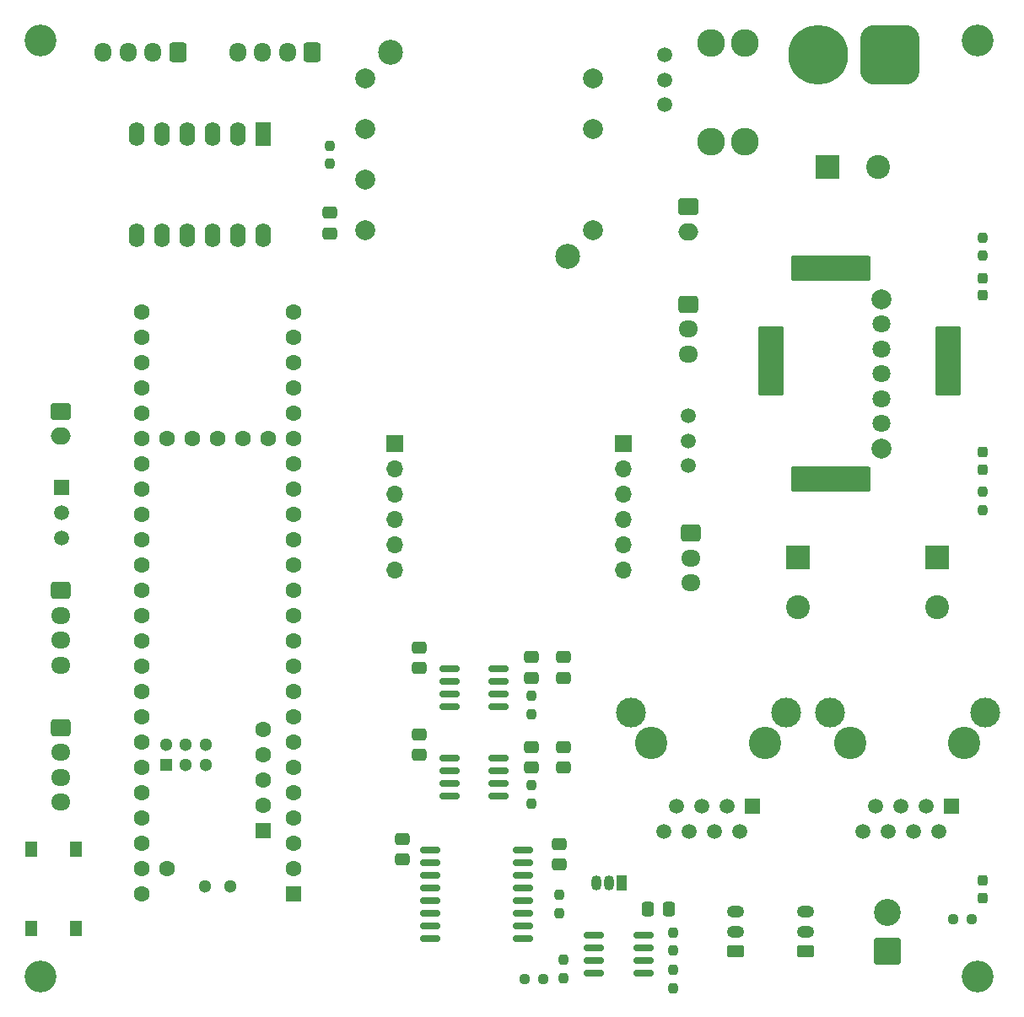
<source format=gts>
G04 #@! TF.GenerationSoftware,KiCad,Pcbnew,8.0.7-8.0.7-0~ubuntu22.04.1*
G04 #@! TF.CreationDate,2025-02-10T08:16:07+09:00*
G04 #@! TF.ProjectId,CoRE2025MainBoard_1,436f5245-3230-4323-954d-61696e426f61,rev?*
G04 #@! TF.SameCoordinates,Original*
G04 #@! TF.FileFunction,Soldermask,Top*
G04 #@! TF.FilePolarity,Negative*
%FSLAX46Y46*%
G04 Gerber Fmt 4.6, Leading zero omitted, Abs format (unit mm)*
G04 Created by KiCad (PCBNEW 8.0.7-8.0.7-0~ubuntu22.04.1) date 2025-02-10 08:16:07*
%MOMM*%
%LPD*%
G01*
G04 APERTURE LIST*
G04 Aperture macros list*
%AMRoundRect*
0 Rectangle with rounded corners*
0 $1 Rounding radius*
0 $2 $3 $4 $5 $6 $7 $8 $9 X,Y pos of 4 corners*
0 Add a 4 corners polygon primitive as box body*
4,1,4,$2,$3,$4,$5,$6,$7,$8,$9,$2,$3,0*
0 Add four circle primitives for the rounded corners*
1,1,$1+$1,$2,$3*
1,1,$1+$1,$4,$5*
1,1,$1+$1,$6,$7*
1,1,$1+$1,$8,$9*
0 Add four rect primitives between the rounded corners*
20,1,$1+$1,$2,$3,$4,$5,0*
20,1,$1+$1,$4,$5,$6,$7,0*
20,1,$1+$1,$6,$7,$8,$9,0*
20,1,$1+$1,$8,$9,$2,$3,0*%
G04 Aperture macros list end*
%ADD10C,2.780000*%
%ADD11R,1.700000X1.700000*%
%ADD12O,1.700000X1.700000*%
%ADD13R,2.400000X2.400000*%
%ADD14C,2.400000*%
%ADD15RoundRect,0.250000X0.475000X-0.337500X0.475000X0.337500X-0.475000X0.337500X-0.475000X-0.337500X0*%
%ADD16RoundRect,0.237500X-0.237500X0.250000X-0.237500X-0.250000X0.237500X-0.250000X0.237500X0.250000X0*%
%ADD17C,2.500000*%
%ADD18C,2.000000*%
%ADD19RoundRect,0.237500X0.237500X-0.250000X0.237500X0.250000X-0.237500X0.250000X-0.237500X-0.250000X0*%
%ADD20C,3.200000*%
%ADD21RoundRect,0.250000X-0.475000X0.337500X-0.475000X-0.337500X0.475000X-0.337500X0.475000X0.337500X0*%
%ADD22C,1.500000*%
%ADD23R,1.300000X1.550000*%
%ADD24RoundRect,0.250000X-0.750000X0.600000X-0.750000X-0.600000X0.750000X-0.600000X0.750000X0.600000X0*%
%ADD25O,2.000000X1.700000*%
%ADD26RoundRect,0.250000X0.600000X0.725000X-0.600000X0.725000X-0.600000X-0.725000X0.600000X-0.725000X0*%
%ADD27O,1.700000X1.950000*%
%ADD28RoundRect,0.150000X-0.825000X-0.150000X0.825000X-0.150000X0.825000X0.150000X-0.825000X0.150000X0*%
%ADD29RoundRect,0.250000X-0.725000X0.600000X-0.725000X-0.600000X0.725000X-0.600000X0.725000X0.600000X0*%
%ADD30O,1.950000X1.700000*%
%ADD31RoundRect,0.250000X0.625000X-0.350000X0.625000X0.350000X-0.625000X0.350000X-0.625000X-0.350000X0*%
%ADD32O,1.750000X1.200000*%
%ADD33RoundRect,0.237500X0.250000X0.237500X-0.250000X0.237500X-0.250000X-0.237500X0.250000X-0.237500X0*%
%ADD34RoundRect,0.250001X1.099999X-1.099999X1.099999X1.099999X-1.099999X1.099999X-1.099999X-1.099999X0*%
%ADD35C,2.700000*%
%ADD36RoundRect,0.237500X0.237500X-0.287500X0.237500X0.287500X-0.237500X0.287500X-0.237500X-0.287500X0*%
%ADD37C,3.250000*%
%ADD38R,1.500000X1.500000*%
%ADD39C,3.000000*%
%ADD40RoundRect,0.150000X-0.875000X-0.150000X0.875000X-0.150000X0.875000X0.150000X-0.875000X0.150000X0*%
%ADD41RoundRect,1.500000X1.500000X1.500000X-1.500000X1.500000X-1.500000X-1.500000X1.500000X-1.500000X0*%
%ADD42C,6.000000*%
%ADD43R,1.600000X2.400000*%
%ADD44O,1.600000X2.400000*%
%ADD45RoundRect,0.237500X-0.237500X0.287500X-0.237500X-0.287500X0.237500X-0.287500X0.237500X0.287500X0*%
%ADD46RoundRect,0.250000X-0.337500X-0.475000X0.337500X-0.475000X0.337500X0.475000X-0.337500X0.475000X0*%
%ADD47RoundRect,0.237500X-0.250000X-0.237500X0.250000X-0.237500X0.250000X0.237500X-0.250000X0.237500X0*%
%ADD48C,1.800000*%
%ADD49RoundRect,0.208333X-3.791667X1.041667X-3.791667X-1.041667X3.791667X-1.041667X3.791667X1.041667X0*%
%ADD50RoundRect,0.208333X-1.041667X3.291667X-1.041667X-3.291667X1.041667X-3.291667X1.041667X3.291667X0*%
%ADD51R,1.050000X1.500000*%
%ADD52O,1.050000X1.500000*%
%ADD53R,1.600000X1.600000*%
%ADD54C,1.600000*%
%ADD55R,1.300000X1.300000*%
%ADD56C,1.300000*%
G04 APERTURE END LIST*
D10*
X173700000Y-53290000D03*
X170300000Y-53290000D03*
X173700000Y-63210000D03*
X170300000Y-63210000D03*
D11*
X138542500Y-93545000D03*
D12*
X138542500Y-96085000D03*
X138542500Y-98625000D03*
X138542500Y-101165000D03*
X138542500Y-103705000D03*
X138542500Y-106245000D03*
X161507500Y-106245000D03*
X161507500Y-103705000D03*
X161507500Y-101165000D03*
X161507500Y-98625000D03*
X161507500Y-96085000D03*
D11*
X161507500Y-93545000D03*
D13*
X193000000Y-104926041D03*
D14*
X193000000Y-109926041D03*
D15*
X141000000Y-116037500D03*
X141000000Y-113962500D03*
X132000000Y-72387500D03*
X132000000Y-70312500D03*
D16*
X152250000Y-118837500D03*
X152250000Y-120662500D03*
D17*
X155890000Y-74750000D03*
X138110000Y-54250000D03*
D18*
X158430000Y-72120000D03*
X158430000Y-61960000D03*
X158430000Y-56880000D03*
X135570000Y-56880000D03*
X135570000Y-61960000D03*
X135570000Y-67040000D03*
X135570000Y-72120000D03*
D19*
X132000000Y-65412500D03*
X132000000Y-63587500D03*
D20*
X197000000Y-147000000D03*
D21*
X155000000Y-133712500D03*
X155000000Y-135787500D03*
D22*
X168000000Y-95750000D03*
X168000000Y-93250000D03*
X168000000Y-90750000D03*
D23*
X106500000Y-134275000D03*
X106500000Y-142225000D03*
X102000000Y-134275000D03*
X102000000Y-142225000D03*
D24*
X105025000Y-90250000D03*
D25*
X105025000Y-92750000D03*
D26*
X116750000Y-54225000D03*
D27*
X114250000Y-54225000D03*
X111750000Y-54225000D03*
X109250000Y-54225000D03*
D26*
X130250000Y-54250000D03*
D27*
X127750000Y-54250000D03*
X125250000Y-54250000D03*
X122750000Y-54250000D03*
D15*
X141000000Y-124787500D03*
X141000000Y-122712500D03*
D28*
X158525000Y-142845000D03*
X158525000Y-144115000D03*
X158525000Y-145385000D03*
X158525000Y-146655000D03*
X163475000Y-146655000D03*
X163475000Y-145385000D03*
X163475000Y-144115000D03*
X163475000Y-142845000D03*
D29*
X168250000Y-102500000D03*
D30*
X168250000Y-105000000D03*
X168250000Y-107500000D03*
D31*
X179750000Y-144500000D03*
D32*
X179750000Y-142500000D03*
X179750000Y-140500000D03*
D33*
X153412500Y-147250000D03*
X151587500Y-147250000D03*
D34*
X187950000Y-144507500D03*
D35*
X187950000Y-140547500D03*
D24*
X168000000Y-69750000D03*
D25*
X168000000Y-72250000D03*
D36*
X197500000Y-78625000D03*
X197500000Y-76875000D03*
D37*
X175715000Y-123555000D03*
X164285000Y-123555000D03*
D38*
X174445000Y-129905000D03*
D22*
X173175000Y-132445000D03*
X171905000Y-129905000D03*
X170635000Y-132445000D03*
X169365000Y-129905000D03*
X168095000Y-132445000D03*
X166825000Y-129905000D03*
X165555000Y-132445000D03*
D39*
X177770000Y-120505000D03*
X162230000Y-120505000D03*
D40*
X142100000Y-134305000D03*
X142100000Y-135575000D03*
X142100000Y-136845000D03*
X142100000Y-138115000D03*
X142100000Y-139385000D03*
X142100000Y-140655000D03*
X142100000Y-141925000D03*
X142100000Y-143195000D03*
X151400000Y-143195000D03*
X151400000Y-141925000D03*
X151400000Y-140655000D03*
X151400000Y-139385000D03*
X151400000Y-138115000D03*
X151400000Y-136845000D03*
X151400000Y-135575000D03*
X151400000Y-134305000D03*
D37*
X195715000Y-123555000D03*
X184285000Y-123555000D03*
D38*
X194445000Y-129905000D03*
D22*
X193175000Y-132445000D03*
X191905000Y-129905000D03*
X190635000Y-132445000D03*
X189365000Y-129905000D03*
X188095000Y-132445000D03*
X186825000Y-129905000D03*
X185555000Y-132445000D03*
D39*
X197770000Y-120505000D03*
X182230000Y-120505000D03*
D21*
X152250000Y-114962500D03*
X152250000Y-117037500D03*
D29*
X105025000Y-108250000D03*
D30*
X105025000Y-110750000D03*
X105025000Y-113250000D03*
X105025000Y-115750000D03*
D41*
X188250000Y-54500000D03*
D42*
X181050000Y-54500000D03*
D28*
X144025000Y-125095000D03*
X144025000Y-126365000D03*
X144025000Y-127635000D03*
X144025000Y-128905000D03*
X148975000Y-128905000D03*
X148975000Y-127635000D03*
X148975000Y-126365000D03*
X148975000Y-125095000D03*
D20*
X197000000Y-53000000D03*
D43*
X125350000Y-62425000D03*
D44*
X122810000Y-62425000D03*
X120270000Y-62425000D03*
X117730000Y-62425000D03*
X115190000Y-62425000D03*
X112650000Y-62425000D03*
X112650000Y-72585000D03*
X115190000Y-72585000D03*
X117730000Y-72585000D03*
X120270000Y-72585000D03*
X122810000Y-72585000D03*
X125350000Y-72585000D03*
D45*
X197500000Y-94375000D03*
X197500000Y-96125000D03*
D16*
X155500000Y-145337500D03*
X155500000Y-147162500D03*
D21*
X155500000Y-114962500D03*
X155500000Y-117037500D03*
D46*
X163962500Y-140250000D03*
X166037500Y-140250000D03*
D21*
X152250000Y-123962500D03*
X152250000Y-126037500D03*
D20*
X103000000Y-147000000D03*
D29*
X105000000Y-122000000D03*
D30*
X105000000Y-124500000D03*
X105000000Y-127000000D03*
X105000000Y-129500000D03*
D16*
X152250000Y-127837500D03*
X152250000Y-129662500D03*
D47*
X194587500Y-141250000D03*
X196412500Y-141250000D03*
D22*
X165600000Y-59500000D03*
X165600000Y-57000000D03*
X165600000Y-54500000D03*
D29*
X168025000Y-79500000D03*
D30*
X168025000Y-82000000D03*
X168025000Y-84500000D03*
D13*
X182000000Y-65750000D03*
D14*
X187000000Y-65750000D03*
D16*
X166500000Y-142587500D03*
X166500000Y-144412500D03*
D18*
X187350000Y-79000000D03*
D48*
X187350000Y-81500000D03*
D49*
X182300000Y-75900000D03*
D48*
X187350000Y-84000000D03*
D50*
X194100000Y-85250000D03*
X176300000Y-85250000D03*
D48*
X187350000Y-86500000D03*
D49*
X182300000Y-97100000D03*
D48*
X187350000Y-89000000D03*
X187350000Y-91500000D03*
D18*
X187350000Y-94000000D03*
D51*
X161270000Y-137640000D03*
D52*
X160000000Y-137640000D03*
X158730000Y-137640000D03*
D38*
X105050000Y-97950000D03*
D22*
X105050000Y-100490000D03*
X105050000Y-103030000D03*
D13*
X179000000Y-104926041D03*
D14*
X179000000Y-109926041D03*
D21*
X139250000Y-133212500D03*
X139250000Y-135287500D03*
D45*
X197500000Y-137375000D03*
X197500000Y-139125000D03*
D28*
X144025000Y-116095000D03*
X144025000Y-117365000D03*
X144025000Y-118635000D03*
X144025000Y-119905000D03*
X148975000Y-119905000D03*
X148975000Y-118635000D03*
X148975000Y-117365000D03*
X148975000Y-116095000D03*
D16*
X197500000Y-72837500D03*
X197500000Y-74662500D03*
D21*
X155500000Y-123962500D03*
X155500000Y-126037500D03*
D31*
X172750000Y-144500000D03*
D32*
X172750000Y-142500000D03*
X172750000Y-140500000D03*
D19*
X197500000Y-100162500D03*
X197500000Y-98337500D03*
D16*
X166500000Y-146337500D03*
X166500000Y-148162500D03*
D20*
X103000001Y-53000001D03*
D19*
X155000000Y-140662500D03*
X155000000Y-138837500D03*
D53*
X128370000Y-138710000D03*
D54*
X128370000Y-136170000D03*
X128370000Y-133630000D03*
X128370000Y-131090000D03*
X128370000Y-128550000D03*
X128370000Y-126010000D03*
X128370000Y-123470000D03*
X128370000Y-120930000D03*
X128370000Y-118390000D03*
X128370000Y-115850000D03*
X128370000Y-113310000D03*
X128370000Y-110770000D03*
X128370000Y-108230000D03*
X128370000Y-105690000D03*
X128370000Y-103150000D03*
X128370000Y-100610000D03*
X128370000Y-98070000D03*
X128370000Y-95530000D03*
X128370000Y-92990000D03*
X128370000Y-90450000D03*
X128370000Y-87910000D03*
X128370000Y-85370000D03*
X128370000Y-82830000D03*
X128370000Y-80290000D03*
X113130000Y-80290000D03*
X113130000Y-82830000D03*
X113130000Y-85370000D03*
X113130000Y-87910000D03*
X113130000Y-90450000D03*
X113130000Y-92990000D03*
X113130000Y-95530000D03*
X113130000Y-98070000D03*
X113130000Y-100610000D03*
X113130000Y-103150000D03*
X113130000Y-105690000D03*
X113130000Y-108230000D03*
X113130000Y-110770000D03*
X113130000Y-113310000D03*
X113130000Y-115850000D03*
X113130000Y-118390000D03*
X113130000Y-120930000D03*
X113130000Y-123470000D03*
X113130000Y-126010000D03*
X113130000Y-128550000D03*
X113130000Y-131090000D03*
X113130000Y-133630000D03*
X113130000Y-136170000D03*
X113130000Y-138710000D03*
X115670000Y-136170000D03*
X125830000Y-92990000D03*
X123290000Y-92990000D03*
X120750000Y-92990000D03*
X118210000Y-92990000D03*
X115670000Y-92990000D03*
D53*
X125319200Y-132410800D03*
D54*
X125319200Y-129870800D03*
X125319200Y-127330800D03*
X125319200Y-124790800D03*
X125319200Y-122250800D03*
D55*
X115568400Y-125740000D03*
D56*
X117568400Y-125740000D03*
X119568400Y-125740000D03*
X119568400Y-123740000D03*
X117568400Y-123740000D03*
X115568400Y-123740000D03*
X119480000Y-137980000D03*
X122020000Y-137980000D03*
M02*

</source>
